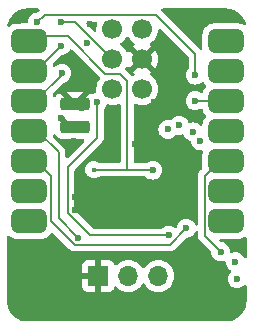
<source format=gbr>
%TF.GenerationSoftware,KiCad,Pcbnew,8.0.4*%
%TF.CreationDate,2025-01-29T23:36:48-05:00*%
%TF.ProjectId,Raidillon,52616964-696c-46c6-9f6e-2e6b69636164,rev?*%
%TF.SameCoordinates,Original*%
%TF.FileFunction,Copper,L1,Top*%
%TF.FilePolarity,Positive*%
%FSLAX46Y46*%
G04 Gerber Fmt 4.6, Leading zero omitted, Abs format (unit mm)*
G04 Created by KiCad (PCBNEW 8.0.4) date 2025-01-29 23:36:48*
%MOMM*%
%LPD*%
G01*
G04 APERTURE LIST*
G04 Aperture macros list*
%AMRoundRect*
0 Rectangle with rounded corners*
0 $1 Rounding radius*
0 $2 $3 $4 $5 $6 $7 $8 $9 X,Y pos of 4 corners*
0 Add a 4 corners polygon primitive as box body*
4,1,4,$2,$3,$4,$5,$6,$7,$8,$9,$2,$3,0*
0 Add four circle primitives for the rounded corners*
1,1,$1+$1,$2,$3*
1,1,$1+$1,$4,$5*
1,1,$1+$1,$6,$7*
1,1,$1+$1,$8,$9*
0 Add four rect primitives between the rounded corners*
20,1,$1+$1,$2,$3,$4,$5,0*
20,1,$1+$1,$4,$5,$6,$7,0*
20,1,$1+$1,$6,$7,$8,$9,0*
20,1,$1+$1,$8,$9,$2,$3,0*%
G04 Aperture macros list end*
%TA.AperFunction,SMDPad,CuDef*%
%ADD10RoundRect,0.500000X-1.000000X-0.500000X1.000000X-0.500000X1.000000X0.500000X-1.000000X0.500000X0*%
%TD*%
%TA.AperFunction,SMDPad,CuDef*%
%ADD11RoundRect,0.275000X0.975000X0.275000X-0.975000X0.275000X-0.975000X-0.275000X0.975000X-0.275000X0*%
%TD*%
%TA.AperFunction,SMDPad,CuDef*%
%ADD12C,1.700000*%
%TD*%
%TA.AperFunction,ComponentPad*%
%ADD13R,1.700000X1.700000*%
%TD*%
%TA.AperFunction,ComponentPad*%
%ADD14O,1.700000X1.700000*%
%TD*%
%TA.AperFunction,ViaPad*%
%ADD15C,0.600000*%
%TD*%
%TA.AperFunction,ViaPad*%
%ADD16C,0.450000*%
%TD*%
%TA.AperFunction,Conductor*%
%ADD17C,0.508000*%
%TD*%
%TA.AperFunction,Conductor*%
%ADD18C,0.127000*%
%TD*%
%TA.AperFunction,Conductor*%
%ADD19C,0.200000*%
%TD*%
G04 APERTURE END LIST*
D10*
%TO.P,U1,1,GPIO2_A0_D0*%
%TO.N,/VMON*%
X102150000Y-103020000D03*
%TO.P,U1,2,GPIO3_A1_D1*%
%TO.N,/MCU/CS_BARO*%
X102150000Y-105560000D03*
%TO.P,U1,3,GPIO4_A2_D2*%
%TO.N,/MCU/CS_ACCEL*%
X102150000Y-108100000D03*
%TO.P,U1,4,GPIO5_A3_D3*%
%TO.N,/IMON*%
X102150000Y-110640000D03*
%TO.P,U1,5,GPIO6_D4_SDA*%
%TO.N,/MCU/INT_BARO*%
X102150000Y-113180000D03*
%TO.P,U1,6,GPIO7_D5_SCL*%
%TO.N,/MCU/INT2_ACCEL*%
X102150000Y-115720000D03*
%TO.P,U1,7,GPIO21_D6_TX*%
%TO.N,/MCU/INT1_ACCEL*%
X102150000Y-118260000D03*
%TO.P,U1,8,GPIO20_D7_RX*%
%TO.N,/MCU/PWM*%
X118815000Y-118260000D03*
%TO.P,U1,9,GPIO8_D8_SCK*%
%TO.N,/MCU/CLK*%
X118815000Y-115720000D03*
%TO.P,U1,10,GPIO9_D9_MISO*%
%TO.N,/MCU/MISO*%
X118815000Y-113180000D03*
%TO.P,U1,11,GPIO10_D10_MOSI*%
%TO.N,/MCU/MOSI*%
X118815000Y-110640000D03*
%TO.P,U1,12,3V3*%
%TO.N,+3.3V*%
X118815000Y-108100000D03*
%TO.P,U1,13,GND*%
%TO.N,GND*%
X118815000Y-105560000D03*
%TO.P,U1,14,5V*%
%TO.N,unconnected-(U1-5V-Pad14)*%
X118815000Y-103020000D03*
D11*
%TO.P,U1,15,BAT*%
%TO.N,+BATT*%
X106010000Y-110258000D03*
%TO.P,U1,16,GND*%
%TO.N,GND*%
X106010000Y-108353000D03*
D12*
%TO.P,U1,17,MTDI*%
%TO.N,unconnected-(U1-MTDI-Pad17)*%
X109185000Y-102008000D03*
%TO.P,U1,18,MTDO*%
%TO.N,unconnected-(U1-MTDO-Pad18)*%
X111725000Y-102008000D03*
%TO.P,U1,19,CHIP_EN*%
%TO.N,/MCU/CHIP_EN*%
X109185000Y-104548000D03*
%TO.P,U1,20,GND*%
%TO.N,GND*%
X111725000Y-104548000D03*
%TO.P,U1,21,MTMS*%
%TO.N,unconnected-(U1-MTMS-Pad21)*%
X109185000Y-107088000D03*
%TO.P,U1,22,MTCK*%
%TO.N,unconnected-(U1-MTCK-Pad22)*%
X111725000Y-107088000D03*
%TD*%
D13*
%TO.P,J2,1,1*%
%TO.N,GND*%
X108000000Y-122900000D03*
D14*
%TO.P,J2,2,2*%
%TO.N,+BATT_FUSED*%
X110540000Y-122900000D03*
%TO.P,J2,3,3*%
%TO.N,/MCU/PWM*%
X113080000Y-122900000D03*
%TD*%
D15*
%TO.N,+BATT*%
X104842976Y-109546000D03*
X105550000Y-110250000D03*
X106750000Y-110300000D03*
%TO.N,+3.3V*%
X116212500Y-105900000D03*
X102850000Y-101400000D03*
X116212500Y-108060000D03*
%TO.N,GND*%
X119650000Y-101150000D03*
X107050000Y-103200000D03*
X107800000Y-117350000D03*
X101400000Y-125800000D03*
X110650000Y-115950000D03*
X113600000Y-103050000D03*
X107850000Y-116200000D03*
X101100000Y-121900000D03*
X115250000Y-124000000D03*
X106000000Y-116200000D03*
X106010000Y-108353000D03*
X117050000Y-120800000D03*
X115500000Y-120500000D03*
X106750000Y-126200000D03*
X110800000Y-105450000D03*
X106000000Y-117350000D03*
X111100000Y-111750000D03*
X113700000Y-126250000D03*
X107300000Y-101600000D03*
X110450000Y-103250000D03*
X119700000Y-105600000D03*
X115750000Y-121950000D03*
X120000000Y-124250000D03*
X101250000Y-101300000D03*
X106900000Y-116200000D03*
X116200000Y-101700000D03*
X114950000Y-113800000D03*
X110350000Y-126200000D03*
X112675000Y-108200000D03*
X114950000Y-117600000D03*
X120000000Y-120100000D03*
X106600000Y-108650000D03*
X106900000Y-117350000D03*
X112800000Y-105600000D03*
X112300000Y-117450000D03*
X105950000Y-111450000D03*
%TO.N,/MCU/PWM*%
X118815000Y-118260000D03*
%TO.N,/VMON*%
X112600000Y-113950000D03*
D16*
X107600000Y-113900000D03*
D15*
%TO.N,/IMON*%
X106315000Y-119675000D03*
%TO.N,/MCU/INT1_ACCEL*%
X114850000Y-110150000D03*
X101400000Y-118250000D03*
%TO.N,/MCU/CS_ACCEL*%
X116650000Y-111450000D03*
X104900000Y-105750000D03*
%TO.N,/MCU/INT_BARO*%
X119750000Y-123150000D03*
X115450000Y-118850000D03*
%TO.N,/MCU/INT2_ACCEL*%
X113900000Y-110500000D03*
X101350000Y-115700000D03*
%TO.N,/MCU/CS_BARO*%
X113950000Y-119450000D03*
X107900000Y-108200000D03*
X119600000Y-121700000D03*
X104850000Y-103400000D03*
%TO.N,/MCU/MOSI*%
X118815000Y-110640000D03*
%TO.N,/MCU/MISO*%
X118815000Y-113180000D03*
X118350000Y-120850000D03*
%TO.N,/MCU/CLK*%
X118815000Y-115720000D03*
X116000000Y-110700000D03*
%TO.N,/MCU/CHIP_EN*%
X104850000Y-101400000D03*
%TD*%
D17*
%TO.N,+BATT*%
X105550000Y-110250000D02*
X105546976Y-110250000D01*
X105554976Y-110258000D02*
X105550000Y-110253024D01*
X105550000Y-110253024D02*
X105550000Y-110250000D01*
X106010000Y-110258000D02*
X105554976Y-110258000D01*
X105546976Y-110250000D02*
X104842976Y-109546000D01*
D18*
%TO.N,+3.3V*%
X116212500Y-105900000D02*
X116212500Y-104112500D01*
X116252500Y-108100000D02*
X116212500Y-108060000D01*
X118815000Y-108100000D02*
X116252500Y-108100000D01*
X103450000Y-100800000D02*
X102850000Y-101400000D01*
X116212500Y-104112500D02*
X112900000Y-100800000D01*
X112900000Y-100800000D02*
X103450000Y-100800000D01*
%TO.N,/VMON*%
X102570000Y-102600000D02*
X105400000Y-102600000D01*
X112550000Y-113900000D02*
X112600000Y-113950000D01*
X108600000Y-105800000D02*
X109850000Y-105800000D01*
X109850000Y-105800000D02*
X110450000Y-106400000D01*
X102150000Y-103020000D02*
X102570000Y-102600000D01*
X110450000Y-106400000D02*
X110450000Y-113900000D01*
X107600000Y-113900000D02*
X110450000Y-113900000D01*
X110450000Y-113900000D02*
X112550000Y-113900000D01*
X105400000Y-102600000D02*
X108600000Y-105800000D01*
%TO.N,/IMON*%
X104650000Y-112450000D02*
X104650000Y-118010000D01*
X104650000Y-118010000D02*
X106315000Y-119675000D01*
X102150000Y-110640000D02*
X102840000Y-110640000D01*
X102840000Y-110640000D02*
X104650000Y-112450000D01*
D19*
%TO.N,/MCU/CS_ACCEL*%
X104900000Y-105850000D02*
X102650000Y-108100000D01*
X102650000Y-108100000D02*
X102150000Y-108100000D01*
X104900000Y-105750000D02*
X104900000Y-105850000D01*
D18*
%TO.N,/MCU/INT_BARO*%
X102780000Y-113180000D02*
X102150000Y-113180000D01*
X114050000Y-120250000D02*
X106000000Y-120250000D01*
X115450000Y-118850000D02*
X114050000Y-120250000D01*
X106000000Y-120250000D02*
X104000000Y-118250000D01*
X104000000Y-118250000D02*
X104000000Y-114400000D01*
X104000000Y-114400000D02*
X102780000Y-113180000D01*
%TO.N,/MCU/CS_BARO*%
X105400000Y-113700000D02*
X107900000Y-111200000D01*
X105400000Y-117550000D02*
X105400000Y-113700000D01*
X107900000Y-111200000D02*
X107900000Y-108200000D01*
X113950000Y-119450000D02*
X107300000Y-119450000D01*
X104850000Y-103400000D02*
X102690000Y-105560000D01*
X107300000Y-119450000D02*
X105400000Y-117550000D01*
X102690000Y-105560000D02*
X102150000Y-105560000D01*
%TO.N,/MCU/MISO*%
X118350000Y-120850000D02*
X117000000Y-119500000D01*
X117000000Y-119500000D02*
X117000000Y-114400000D01*
X118220000Y-113180000D02*
X118815000Y-113180000D01*
X117000000Y-114400000D02*
X118220000Y-113180000D01*
%TO.N,/MCU/CHIP_EN*%
X109185000Y-104535000D02*
X106050000Y-101400000D01*
X106050000Y-101400000D02*
X104850000Y-101400000D01*
X109185000Y-104548000D02*
X109185000Y-104535000D01*
%TD*%
%TA.AperFunction,Conductor*%
%TO.N,GND*%
G36*
X116369194Y-119075673D02*
G01*
X116419597Y-119124060D01*
X116436000Y-119185695D01*
X116436000Y-119574252D01*
X116474435Y-119717696D01*
X116548687Y-119846304D01*
X116548689Y-119846306D01*
X116660761Y-119958378D01*
X116660767Y-119958383D01*
X117512744Y-120810360D01*
X117546229Y-120871683D01*
X117548283Y-120884158D01*
X117564630Y-121029249D01*
X117564631Y-121029254D01*
X117624211Y-121199523D01*
X117672326Y-121276097D01*
X117720184Y-121352262D01*
X117847738Y-121479816D01*
X117877615Y-121498589D01*
X117983208Y-121564938D01*
X118000478Y-121575789D01*
X118144250Y-121626097D01*
X118170745Y-121635368D01*
X118170750Y-121635369D01*
X118349996Y-121655565D01*
X118350000Y-121655565D01*
X118350004Y-121655565D01*
X118529249Y-121635369D01*
X118529251Y-121635368D01*
X118529255Y-121635368D01*
X118529258Y-121635366D01*
X118529262Y-121635366D01*
X118630604Y-121599905D01*
X118700383Y-121596343D01*
X118761010Y-121631071D01*
X118793238Y-121693065D01*
X118794779Y-121703062D01*
X118814630Y-121879250D01*
X118814631Y-121879254D01*
X118874211Y-122049523D01*
X118879494Y-122057930D01*
X118970184Y-122202262D01*
X119097738Y-122329816D01*
X119175107Y-122378430D01*
X119221398Y-122430765D01*
X119232046Y-122499818D01*
X119203671Y-122563667D01*
X119196817Y-122571105D01*
X119120183Y-122647739D01*
X119024211Y-122800476D01*
X118964631Y-122970745D01*
X118964630Y-122970750D01*
X118944435Y-123149996D01*
X118944435Y-123150000D01*
X118964630Y-123329249D01*
X118964631Y-123329254D01*
X119024211Y-123499523D01*
X119120184Y-123652262D01*
X119247738Y-123779816D01*
X119287174Y-123804595D01*
X119371178Y-123857379D01*
X119400478Y-123875789D01*
X119570745Y-123935368D01*
X119570750Y-123935369D01*
X119749996Y-123955565D01*
X119750000Y-123955565D01*
X119750004Y-123955565D01*
X119929249Y-123935369D01*
X119929252Y-123935368D01*
X119929255Y-123935368D01*
X120099522Y-123875789D01*
X120252262Y-123779816D01*
X120337819Y-123694259D01*
X120399142Y-123660774D01*
X120468834Y-123665758D01*
X120524767Y-123707630D01*
X120549184Y-123773094D01*
X120549500Y-123781940D01*
X120549500Y-124995572D01*
X120549184Y-125004418D01*
X120532325Y-125240135D01*
X120529807Y-125257647D01*
X120480519Y-125484220D01*
X120475535Y-125501196D01*
X120394498Y-125718462D01*
X120387148Y-125734555D01*
X120276022Y-125938068D01*
X120266457Y-125952951D01*
X120127498Y-126138579D01*
X120115912Y-126151950D01*
X119951950Y-126315912D01*
X119938579Y-126327498D01*
X119752951Y-126466457D01*
X119738068Y-126476022D01*
X119534555Y-126587148D01*
X119518462Y-126594498D01*
X119301196Y-126675535D01*
X119284220Y-126680519D01*
X119057647Y-126729807D01*
X119040135Y-126732325D01*
X118804418Y-126749184D01*
X118795572Y-126749500D01*
X102004428Y-126749500D01*
X101995582Y-126749184D01*
X101759864Y-126732325D01*
X101742352Y-126729807D01*
X101515779Y-126680519D01*
X101498803Y-126675535D01*
X101281537Y-126594498D01*
X101265444Y-126587148D01*
X101061931Y-126476022D01*
X101047048Y-126466457D01*
X100861420Y-126327498D01*
X100848049Y-126315912D01*
X100684087Y-126151950D01*
X100672501Y-126138579D01*
X100533542Y-125952951D01*
X100523977Y-125938068D01*
X100412851Y-125734555D01*
X100405501Y-125718462D01*
X100375740Y-125638672D01*
X100324461Y-125501188D01*
X100319482Y-125484229D01*
X100270191Y-125257641D01*
X100267674Y-125240135D01*
X100250816Y-125004418D01*
X100250500Y-124995572D01*
X100250500Y-122002155D01*
X106650000Y-122002155D01*
X106650000Y-122650000D01*
X107566988Y-122650000D01*
X107534075Y-122707007D01*
X107500000Y-122834174D01*
X107500000Y-122965826D01*
X107534075Y-123092993D01*
X107566988Y-123150000D01*
X106650000Y-123150000D01*
X106650000Y-123797844D01*
X106656401Y-123857372D01*
X106656403Y-123857379D01*
X106706645Y-123992086D01*
X106706649Y-123992093D01*
X106792809Y-124107187D01*
X106792812Y-124107190D01*
X106907906Y-124193350D01*
X106907913Y-124193354D01*
X107042620Y-124243596D01*
X107042627Y-124243598D01*
X107102155Y-124249999D01*
X107102172Y-124250000D01*
X107750000Y-124250000D01*
X107750000Y-123333012D01*
X107807007Y-123365925D01*
X107934174Y-123400000D01*
X108065826Y-123400000D01*
X108192993Y-123365925D01*
X108250000Y-123333012D01*
X108250000Y-124250000D01*
X108897828Y-124250000D01*
X108897844Y-124249999D01*
X108957372Y-124243598D01*
X108957379Y-124243596D01*
X109092086Y-124193354D01*
X109092093Y-124193350D01*
X109207187Y-124107190D01*
X109207190Y-124107187D01*
X109293350Y-123992093D01*
X109293354Y-123992086D01*
X109342422Y-123860529D01*
X109384293Y-123804595D01*
X109449757Y-123780178D01*
X109518030Y-123795030D01*
X109546285Y-123816181D01*
X109668599Y-123938495D01*
X109745135Y-123992086D01*
X109862165Y-124074032D01*
X109862167Y-124074033D01*
X109862170Y-124074035D01*
X110076337Y-124173903D01*
X110304592Y-124235063D01*
X110475319Y-124250000D01*
X110539999Y-124255659D01*
X110540000Y-124255659D01*
X110540001Y-124255659D01*
X110604681Y-124250000D01*
X110775408Y-124235063D01*
X111003663Y-124173903D01*
X111217830Y-124074035D01*
X111411401Y-123938495D01*
X111578495Y-123771401D01*
X111708425Y-123585842D01*
X111763002Y-123542217D01*
X111832500Y-123535023D01*
X111894855Y-123566546D01*
X111911575Y-123585842D01*
X112041500Y-123771395D01*
X112041505Y-123771401D01*
X112208599Y-123938495D01*
X112285135Y-123992086D01*
X112402165Y-124074032D01*
X112402167Y-124074033D01*
X112402170Y-124074035D01*
X112616337Y-124173903D01*
X112844592Y-124235063D01*
X113015319Y-124250000D01*
X113079999Y-124255659D01*
X113080000Y-124255659D01*
X113080001Y-124255659D01*
X113144681Y-124250000D01*
X113315408Y-124235063D01*
X113543663Y-124173903D01*
X113757830Y-124074035D01*
X113951401Y-123938495D01*
X114118495Y-123771401D01*
X114254035Y-123577830D01*
X114353903Y-123363663D01*
X114415063Y-123135408D01*
X114435659Y-122900000D01*
X114415063Y-122664592D01*
X114353903Y-122436337D01*
X114254035Y-122222171D01*
X114248425Y-122214158D01*
X114118494Y-122028597D01*
X113951402Y-121861506D01*
X113951395Y-121861501D01*
X113757834Y-121725967D01*
X113757830Y-121725965D01*
X113686727Y-121692809D01*
X113543663Y-121626097D01*
X113543659Y-121626096D01*
X113543655Y-121626094D01*
X113315413Y-121564938D01*
X113315403Y-121564936D01*
X113080001Y-121544341D01*
X113079999Y-121544341D01*
X112844596Y-121564936D01*
X112844586Y-121564938D01*
X112616344Y-121626094D01*
X112616335Y-121626098D01*
X112402171Y-121725964D01*
X112402169Y-121725965D01*
X112208597Y-121861505D01*
X112041505Y-122028597D01*
X111911575Y-122214158D01*
X111856998Y-122257783D01*
X111787500Y-122264977D01*
X111725145Y-122233454D01*
X111708425Y-122214158D01*
X111578494Y-122028597D01*
X111411402Y-121861506D01*
X111411395Y-121861501D01*
X111217834Y-121725967D01*
X111217830Y-121725965D01*
X111146727Y-121692809D01*
X111003663Y-121626097D01*
X111003659Y-121626096D01*
X111003655Y-121626094D01*
X110775413Y-121564938D01*
X110775403Y-121564936D01*
X110540001Y-121544341D01*
X110539999Y-121544341D01*
X110304596Y-121564936D01*
X110304586Y-121564938D01*
X110076344Y-121626094D01*
X110076335Y-121626098D01*
X109862171Y-121725964D01*
X109862169Y-121725965D01*
X109668600Y-121861503D01*
X109546284Y-121983819D01*
X109484961Y-122017303D01*
X109415269Y-122012319D01*
X109359336Y-121970447D01*
X109342421Y-121939470D01*
X109293354Y-121807913D01*
X109293350Y-121807906D01*
X109207190Y-121692812D01*
X109207187Y-121692809D01*
X109092093Y-121606649D01*
X109092086Y-121606645D01*
X108957379Y-121556403D01*
X108957372Y-121556401D01*
X108897844Y-121550000D01*
X108250000Y-121550000D01*
X108250000Y-122466988D01*
X108192993Y-122434075D01*
X108065826Y-122400000D01*
X107934174Y-122400000D01*
X107807007Y-122434075D01*
X107750000Y-122466988D01*
X107750000Y-121550000D01*
X107102155Y-121550000D01*
X107042627Y-121556401D01*
X107042620Y-121556403D01*
X106907913Y-121606645D01*
X106907906Y-121606649D01*
X106792812Y-121692809D01*
X106792809Y-121692812D01*
X106706649Y-121807906D01*
X106706645Y-121807913D01*
X106656403Y-121942620D01*
X106656401Y-121942627D01*
X106650000Y-122002155D01*
X100250500Y-122002155D01*
X100250500Y-119578602D01*
X100270185Y-119511563D01*
X100322989Y-119465808D01*
X100392147Y-119455864D01*
X100452860Y-119482499D01*
X100596593Y-119599698D01*
X100776951Y-119693909D01*
X100972582Y-119749886D01*
X101091963Y-119760500D01*
X103208036Y-119760499D01*
X103327418Y-119749886D01*
X103523049Y-119693909D01*
X103703407Y-119599698D01*
X103861109Y-119471109D01*
X103989698Y-119313407D01*
X104006248Y-119281722D01*
X104054732Y-119231416D01*
X104122719Y-119215308D01*
X104188623Y-119238513D01*
X104203837Y-119251453D01*
X105544346Y-120591962D01*
X105544356Y-120591973D01*
X105548686Y-120596303D01*
X105548687Y-120596304D01*
X105653696Y-120701313D01*
X105782304Y-120775565D01*
X105925747Y-120814000D01*
X105925748Y-120814000D01*
X105925749Y-120814000D01*
X114124251Y-120814000D01*
X114124253Y-120814000D01*
X114267696Y-120775565D01*
X114396304Y-120701313D01*
X114501313Y-120596304D01*
X114501313Y-120596302D01*
X114511517Y-120586099D01*
X114511521Y-120586094D01*
X115410361Y-119687253D01*
X115471682Y-119653770D01*
X115484148Y-119651717D01*
X115559077Y-119643275D01*
X115629250Y-119635369D01*
X115629253Y-119635368D01*
X115629255Y-119635368D01*
X115799522Y-119575789D01*
X115952262Y-119479816D01*
X116079816Y-119352262D01*
X116175789Y-119199522D01*
X116194958Y-119144739D01*
X116235680Y-119087964D01*
X116300633Y-119062217D01*
X116369194Y-119075673D01*
G37*
%TD.AperFunction*%
%TA.AperFunction,Conductor*%
G36*
X120501626Y-119611891D02*
G01*
X120542460Y-119668586D01*
X120549500Y-119709772D01*
X120549500Y-121276097D01*
X120529815Y-121343136D01*
X120477011Y-121388891D01*
X120407853Y-121398835D01*
X120344297Y-121369810D01*
X120320507Y-121342070D01*
X120229817Y-121197739D01*
X120102262Y-121070184D01*
X119949523Y-120974211D01*
X119779254Y-120914631D01*
X119779249Y-120914630D01*
X119600004Y-120894435D01*
X119599996Y-120894435D01*
X119420750Y-120914630D01*
X119420742Y-120914632D01*
X119319394Y-120950095D01*
X119249615Y-120953656D01*
X119188988Y-120918927D01*
X119156761Y-120856933D01*
X119155220Y-120846936D01*
X119135369Y-120670750D01*
X119135368Y-120670745D01*
X119107804Y-120591973D01*
X119075789Y-120500478D01*
X118979816Y-120347738D01*
X118852262Y-120220184D01*
X118699523Y-120124211D01*
X118529254Y-120064631D01*
X118529249Y-120064630D01*
X118384158Y-120048283D01*
X118319744Y-120021217D01*
X118310360Y-120012744D01*
X118269796Y-119972180D01*
X118236311Y-119910857D01*
X118241295Y-119841165D01*
X118283167Y-119785232D01*
X118348631Y-119760815D01*
X118357477Y-119760499D01*
X119873028Y-119760499D01*
X119873036Y-119760499D01*
X119992418Y-119749886D01*
X120188049Y-119693909D01*
X120368089Y-119599863D01*
X120436623Y-119586272D01*
X120501626Y-119611891D01*
G37*
%TD.AperFunction*%
%TA.AperFunction,Conductor*%
G36*
X113287173Y-101984789D02*
G01*
X115612181Y-104309797D01*
X115645666Y-104371120D01*
X115648500Y-104397478D01*
X115648500Y-105280560D01*
X115628815Y-105347599D01*
X115612181Y-105368241D01*
X115582684Y-105397737D01*
X115486711Y-105550476D01*
X115427131Y-105720745D01*
X115427130Y-105720750D01*
X115406935Y-105899996D01*
X115406935Y-105900003D01*
X115427130Y-106079249D01*
X115427131Y-106079254D01*
X115486711Y-106249523D01*
X115492792Y-106259200D01*
X115582684Y-106402262D01*
X115710238Y-106529816D01*
X115764105Y-106563663D01*
X115842829Y-106613129D01*
X115862978Y-106625789D01*
X116033245Y-106685368D01*
X116033250Y-106685369D01*
X116212496Y-106705565D01*
X116212500Y-106705565D01*
X116212504Y-106705565D01*
X116391749Y-106685369D01*
X116391752Y-106685368D01*
X116391755Y-106685368D01*
X116562022Y-106625789D01*
X116714762Y-106529816D01*
X116738189Y-106506388D01*
X116799508Y-106472905D01*
X116869200Y-106477888D01*
X116925134Y-106519759D01*
X116935777Y-106536660D01*
X116975721Y-106613129D01*
X117088338Y-106751242D01*
X117115447Y-106815638D01*
X117103438Y-106884468D01*
X117088338Y-106907963D01*
X116975305Y-107046587D01*
X116881090Y-107226953D01*
X116851866Y-107329088D01*
X116814498Y-107388126D01*
X116751145Y-107417589D01*
X116681919Y-107408124D01*
X116666678Y-107399970D01*
X116562023Y-107334211D01*
X116391754Y-107274631D01*
X116391749Y-107274630D01*
X116212504Y-107254435D01*
X116212496Y-107254435D01*
X116033250Y-107274630D01*
X116033245Y-107274631D01*
X115862976Y-107334211D01*
X115710237Y-107430184D01*
X115582684Y-107557737D01*
X115486711Y-107710476D01*
X115427131Y-107880745D01*
X115427130Y-107880750D01*
X115406935Y-108059996D01*
X115406935Y-108060003D01*
X115427130Y-108239249D01*
X115427131Y-108239254D01*
X115486711Y-108409523D01*
X115520425Y-108463178D01*
X115582684Y-108562262D01*
X115710238Y-108689816D01*
X115776990Y-108731759D01*
X115849655Y-108777418D01*
X115862978Y-108785789D01*
X116033245Y-108845368D01*
X116033250Y-108845369D01*
X116212496Y-108865565D01*
X116212500Y-108865565D01*
X116212504Y-108865565D01*
X116391749Y-108845369D01*
X116391752Y-108845368D01*
X116391755Y-108845368D01*
X116562022Y-108785789D01*
X116575345Y-108777418D01*
X116602059Y-108760632D01*
X116647275Y-108732220D01*
X116714511Y-108713220D01*
X116781346Y-108733587D01*
X116826560Y-108786855D01*
X116832463Y-108803102D01*
X116837358Y-108820211D01*
X116881091Y-108973049D01*
X116975302Y-109153407D01*
X116975304Y-109153409D01*
X117088015Y-109291639D01*
X117115124Y-109356036D01*
X117103115Y-109424865D01*
X117088015Y-109448361D01*
X116975304Y-109586590D01*
X116881089Y-109766954D01*
X116825114Y-109962583D01*
X116825113Y-109962586D01*
X116814500Y-110081966D01*
X116814500Y-110083060D01*
X116814442Y-110083254D01*
X116814378Y-110084716D01*
X116814018Y-110084700D01*
X116794815Y-110150099D01*
X116742011Y-110195854D01*
X116672853Y-110205798D01*
X116609297Y-110176773D01*
X116602819Y-110170741D01*
X116502262Y-110070184D01*
X116349523Y-109974211D01*
X116179254Y-109914631D01*
X116179249Y-109914630D01*
X116000004Y-109894435D01*
X115999996Y-109894435D01*
X115820750Y-109914630D01*
X115820739Y-109914633D01*
X115755136Y-109937588D01*
X115685357Y-109941149D01*
X115624731Y-109906419D01*
X115597141Y-109861499D01*
X115575790Y-109800479D01*
X115479815Y-109647737D01*
X115352262Y-109520184D01*
X115199523Y-109424211D01*
X115029254Y-109364631D01*
X115029249Y-109364630D01*
X114850004Y-109344435D01*
X114849996Y-109344435D01*
X114670750Y-109364630D01*
X114670745Y-109364631D01*
X114500476Y-109424211D01*
X114347737Y-109520184D01*
X114220183Y-109647738D01*
X114212554Y-109659880D01*
X114160217Y-109706169D01*
X114091164Y-109716815D01*
X114079965Y-109714794D01*
X114079249Y-109714630D01*
X113900004Y-109694435D01*
X113899996Y-109694435D01*
X113720750Y-109714630D01*
X113720745Y-109714631D01*
X113550476Y-109774211D01*
X113397737Y-109870184D01*
X113270184Y-109997737D01*
X113174211Y-110150476D01*
X113114631Y-110320745D01*
X113114630Y-110320750D01*
X113094435Y-110499996D01*
X113094435Y-110500003D01*
X113114630Y-110679249D01*
X113114631Y-110679254D01*
X113174211Y-110849523D01*
X113228152Y-110935369D01*
X113270184Y-111002262D01*
X113397738Y-111129816D01*
X113550478Y-111225789D01*
X113688977Y-111274252D01*
X113720745Y-111285368D01*
X113720750Y-111285369D01*
X113899996Y-111305565D01*
X113900000Y-111305565D01*
X113900004Y-111305565D01*
X114079249Y-111285369D01*
X114079252Y-111285368D01*
X114079255Y-111285368D01*
X114249522Y-111225789D01*
X114402262Y-111129816D01*
X114529816Y-111002262D01*
X114537441Y-110990125D01*
X114589772Y-110943834D01*
X114658825Y-110933183D01*
X114670044Y-110935208D01*
X114670743Y-110935367D01*
X114670745Y-110935368D01*
X114670746Y-110935368D01*
X114670750Y-110935369D01*
X114849996Y-110955565D01*
X114850000Y-110955565D01*
X114850004Y-110955565D01*
X115029249Y-110935369D01*
X115029251Y-110935368D01*
X115029255Y-110935368D01*
X115029258Y-110935366D01*
X115029262Y-110935366D01*
X115094861Y-110912412D01*
X115164640Y-110908849D01*
X115225267Y-110943578D01*
X115252858Y-110988499D01*
X115274210Y-111049521D01*
X115339157Y-111152883D01*
X115370184Y-111202262D01*
X115497738Y-111329816D01*
X115650478Y-111425789D01*
X115776012Y-111469715D01*
X115832788Y-111510437D01*
X115858278Y-111572872D01*
X115864630Y-111629249D01*
X115924210Y-111799521D01*
X115924211Y-111799522D01*
X116020184Y-111952262D01*
X116147738Y-112079816D01*
X116300478Y-112175789D01*
X116361559Y-112197162D01*
X116470745Y-112235368D01*
X116470750Y-112235369D01*
X116649996Y-112255565D01*
X116650000Y-112255565D01*
X116650003Y-112255565D01*
X116719930Y-112247686D01*
X116788752Y-112259740D01*
X116840132Y-112307089D01*
X116857756Y-112374700D01*
X116853030Y-112405016D01*
X116825114Y-112502579D01*
X116825113Y-112502586D01*
X116814500Y-112621966D01*
X116814500Y-113736520D01*
X116794815Y-113803559D01*
X116778182Y-113824201D01*
X116653698Y-113948685D01*
X116548689Y-114053693D01*
X116548685Y-114053699D01*
X116482869Y-114167696D01*
X116474434Y-114182305D01*
X116474433Y-114182306D01*
X116457287Y-114246302D01*
X116457287Y-114246303D01*
X116436000Y-114325748D01*
X116436000Y-118514304D01*
X116416315Y-118581343D01*
X116363511Y-118627098D01*
X116294353Y-118637042D01*
X116230797Y-118608017D01*
X116194959Y-118555259D01*
X116175790Y-118500480D01*
X116175789Y-118500478D01*
X116079816Y-118347738D01*
X115952262Y-118220184D01*
X115799523Y-118124211D01*
X115629254Y-118064631D01*
X115629249Y-118064630D01*
X115450004Y-118044435D01*
X115449996Y-118044435D01*
X115270750Y-118064630D01*
X115270745Y-118064631D01*
X115100476Y-118124211D01*
X114947737Y-118220184D01*
X114820184Y-118347737D01*
X114724211Y-118500476D01*
X114664631Y-118670745D01*
X114664630Y-118670749D01*
X114656793Y-118740310D01*
X114629726Y-118804724D01*
X114572131Y-118844279D01*
X114502294Y-118846416D01*
X114456257Y-118823371D01*
X114452258Y-118820181D01*
X114299523Y-118724211D01*
X114129254Y-118664631D01*
X114129249Y-118664630D01*
X113950004Y-118644435D01*
X113949996Y-118644435D01*
X113770750Y-118664630D01*
X113770745Y-118664631D01*
X113600476Y-118724211D01*
X113447737Y-118820184D01*
X113418241Y-118849681D01*
X113356918Y-118883166D01*
X113330560Y-118886000D01*
X107584978Y-118886000D01*
X107517939Y-118866315D01*
X107497297Y-118849681D01*
X106000319Y-117352703D01*
X105966834Y-117291380D01*
X105964000Y-117265022D01*
X105964000Y-113984977D01*
X105983685Y-113917938D01*
X106000314Y-113897301D01*
X108236094Y-111661520D01*
X108236099Y-111661517D01*
X108246302Y-111651313D01*
X108246304Y-111651313D01*
X108351313Y-111546304D01*
X108425565Y-111417696D01*
X108453699Y-111312696D01*
X108464000Y-111274253D01*
X108464000Y-111125747D01*
X108464000Y-108819440D01*
X108483685Y-108752401D01*
X108500319Y-108731759D01*
X108529816Y-108702262D01*
X108625789Y-108549522D01*
X108656002Y-108463177D01*
X108696724Y-108406402D01*
X108761676Y-108380654D01*
X108805137Y-108384357D01*
X108949592Y-108423063D01*
X109137918Y-108439539D01*
X109184999Y-108443659D01*
X109185000Y-108443659D01*
X109185001Y-108443659D01*
X109224234Y-108440226D01*
X109420408Y-108423063D01*
X109648663Y-108361903D01*
X109709598Y-108333488D01*
X109778672Y-108322997D01*
X109842456Y-108351516D01*
X109880696Y-108409992D01*
X109886000Y-108445871D01*
X109886000Y-113212000D01*
X109866315Y-113279039D01*
X109813511Y-113324794D01*
X109762000Y-113336000D01*
X108101763Y-113336000D01*
X108035791Y-113316994D01*
X107916774Y-113242210D01*
X107762455Y-113188212D01*
X107600004Y-113169909D01*
X107599996Y-113169909D01*
X107437544Y-113188212D01*
X107283225Y-113242210D01*
X107144795Y-113329192D01*
X107029192Y-113444795D01*
X106942210Y-113583225D01*
X106888212Y-113737544D01*
X106869909Y-113899996D01*
X106869909Y-113900003D01*
X106888212Y-114062455D01*
X106942210Y-114216774D01*
X107029192Y-114355204D01*
X107144796Y-114470808D01*
X107283225Y-114557789D01*
X107437539Y-114611786D01*
X107437542Y-114611786D01*
X107437544Y-114611787D01*
X107599996Y-114630091D01*
X107600000Y-114630091D01*
X107600004Y-114630091D01*
X107762455Y-114611787D01*
X107762456Y-114611786D01*
X107762461Y-114611786D01*
X107916775Y-114557789D01*
X108035791Y-114483005D01*
X108101763Y-114464000D01*
X110375748Y-114464000D01*
X111930560Y-114464000D01*
X111997599Y-114483685D01*
X112018241Y-114500319D01*
X112097738Y-114579816D01*
X112148618Y-114611786D01*
X112235842Y-114666593D01*
X112250478Y-114675789D01*
X112420745Y-114735368D01*
X112420750Y-114735369D01*
X112599996Y-114755565D01*
X112600000Y-114755565D01*
X112600004Y-114755565D01*
X112779249Y-114735369D01*
X112779252Y-114735368D01*
X112779255Y-114735368D01*
X112949522Y-114675789D01*
X113102262Y-114579816D01*
X113229816Y-114452262D01*
X113325789Y-114299522D01*
X113385368Y-114129255D01*
X113385369Y-114129249D01*
X113405565Y-113950003D01*
X113405565Y-113949996D01*
X113385369Y-113770750D01*
X113385368Y-113770745D01*
X113325788Y-113600476D01*
X113229815Y-113447737D01*
X113102262Y-113320184D01*
X112949523Y-113224211D01*
X112779254Y-113164631D01*
X112779249Y-113164630D01*
X112600004Y-113144435D01*
X112599996Y-113144435D01*
X112420750Y-113164630D01*
X112420745Y-113164631D01*
X112250476Y-113224211D01*
X112113067Y-113310552D01*
X112103896Y-113316315D01*
X112102815Y-113316994D01*
X112036843Y-113336000D01*
X111138000Y-113336000D01*
X111070961Y-113316315D01*
X111025206Y-113263511D01*
X111014000Y-113212000D01*
X111014000Y-108441208D01*
X111033685Y-108374169D01*
X111086489Y-108328414D01*
X111155647Y-108318470D01*
X111190398Y-108328823D01*
X111261337Y-108361903D01*
X111489592Y-108423063D01*
X111677918Y-108439539D01*
X111724999Y-108443659D01*
X111725000Y-108443659D01*
X111725001Y-108443659D01*
X111764234Y-108440226D01*
X111960408Y-108423063D01*
X112188663Y-108361903D01*
X112402830Y-108262035D01*
X112596401Y-108126495D01*
X112763495Y-107959401D01*
X112899035Y-107765830D01*
X112998903Y-107551663D01*
X113060063Y-107323408D01*
X113080659Y-107088000D01*
X113060063Y-106852592D01*
X112998903Y-106624337D01*
X112899035Y-106410171D01*
X112877781Y-106379816D01*
X112763494Y-106216597D01*
X112596402Y-106049506D01*
X112596401Y-106049505D01*
X112410405Y-105919269D01*
X112366781Y-105864692D01*
X112359588Y-105795193D01*
X112391110Y-105732839D01*
X112410405Y-105716119D01*
X112486373Y-105662925D01*
X111725000Y-104901553D01*
X110963625Y-105662925D01*
X111039595Y-105716120D01*
X111083220Y-105770697D01*
X111090412Y-105840196D01*
X111058890Y-105902550D01*
X111039594Y-105919270D01*
X110964428Y-105971901D01*
X110898221Y-105994228D01*
X110830454Y-105977217D01*
X110805621Y-105958004D01*
X110791985Y-105944367D01*
X110791962Y-105944346D01*
X110314992Y-105467376D01*
X110281507Y-105406053D01*
X110286491Y-105336361D01*
X110301098Y-105308572D01*
X110320712Y-105280560D01*
X110353732Y-105233403D01*
X110408307Y-105189780D01*
X110477805Y-105182586D01*
X110540160Y-105214109D01*
X110556880Y-105233405D01*
X110610073Y-105309373D01*
X111371447Y-104548000D01*
X111371446Y-104547999D01*
X112078553Y-104547999D01*
X112078553Y-104548000D01*
X112839925Y-105309373D01*
X112839926Y-105309373D01*
X112898598Y-105225582D01*
X112898600Y-105225578D01*
X112998429Y-105011492D01*
X112998433Y-105011483D01*
X113059567Y-104783326D01*
X113059569Y-104783315D01*
X113080157Y-104548001D01*
X113080157Y-104547998D01*
X113059569Y-104312684D01*
X113059567Y-104312673D01*
X112998433Y-104084516D01*
X112998429Y-104084507D01*
X112898600Y-103870423D01*
X112898599Y-103870421D01*
X112839925Y-103786626D01*
X112839925Y-103786625D01*
X112078553Y-104547999D01*
X111371446Y-104547999D01*
X110610073Y-103786626D01*
X110556881Y-103862594D01*
X110502304Y-103906219D01*
X110432806Y-103913413D01*
X110370451Y-103881891D01*
X110353730Y-103862594D01*
X110223494Y-103676597D01*
X110056402Y-103509506D01*
X110056396Y-103509501D01*
X109870842Y-103379575D01*
X109827217Y-103324998D01*
X109820023Y-103255500D01*
X109851546Y-103193145D01*
X109870842Y-103176425D01*
X109893026Y-103160891D01*
X110056401Y-103046495D01*
X110223495Y-102879401D01*
X110353425Y-102693842D01*
X110408002Y-102650217D01*
X110477500Y-102643023D01*
X110539855Y-102674546D01*
X110556575Y-102693842D01*
X110686500Y-102879395D01*
X110686505Y-102879401D01*
X110853599Y-103046495D01*
X111039158Y-103176425D01*
X111039594Y-103176730D01*
X111083218Y-103231307D01*
X111090411Y-103300806D01*
X111058889Y-103363160D01*
X111039593Y-103379880D01*
X110963626Y-103433072D01*
X110963625Y-103433072D01*
X111725000Y-104194447D01*
X111725001Y-104194447D01*
X112486373Y-103433073D01*
X112486373Y-103433072D01*
X112410405Y-103379880D01*
X112366780Y-103325304D01*
X112359586Y-103255805D01*
X112391108Y-103193451D01*
X112410399Y-103176734D01*
X112596401Y-103046495D01*
X112763495Y-102879401D01*
X112899035Y-102685830D01*
X112998903Y-102471663D01*
X113060063Y-102243408D01*
X113075964Y-102061661D01*
X113101417Y-101996594D01*
X113158008Y-101955615D01*
X113227769Y-101951737D01*
X113287173Y-101984789D01*
G37*
%TD.AperFunction*%
%TA.AperFunction,Conductor*%
G36*
X104355702Y-110919643D02*
G01*
X104379492Y-110947383D01*
X104424853Y-111019576D01*
X104548424Y-111143147D01*
X104696394Y-111236122D01*
X104861343Y-111293841D01*
X104861349Y-111293841D01*
X104861351Y-111293842D01*
X104902750Y-111298506D01*
X104991442Y-111308499D01*
X104991445Y-111308500D01*
X104991448Y-111308500D01*
X106694522Y-111308500D01*
X106761561Y-111328185D01*
X106807316Y-111380989D01*
X106817260Y-111450147D01*
X106788235Y-111513703D01*
X106782203Y-111520181D01*
X105425681Y-112876703D01*
X105364358Y-112910188D01*
X105294666Y-112905204D01*
X105238733Y-112863332D01*
X105214316Y-112797868D01*
X105214000Y-112789022D01*
X105214000Y-112534255D01*
X105214001Y-112534242D01*
X105214001Y-112375750D01*
X105214001Y-112375748D01*
X105175565Y-112232304D01*
X105142935Y-112175788D01*
X105101315Y-112103699D01*
X105101310Y-112103693D01*
X104186818Y-111189201D01*
X104153333Y-111127878D01*
X104150499Y-111101520D01*
X104150499Y-111013356D01*
X104170184Y-110946317D01*
X104222988Y-110900562D01*
X104292146Y-110890618D01*
X104355702Y-110919643D01*
G37*
%TD.AperFunction*%
%TA.AperFunction,Conductor*%
G36*
X105746258Y-103744457D02*
G01*
X105753697Y-103751313D01*
X108102780Y-106100396D01*
X108136265Y-106161719D01*
X108131281Y-106231411D01*
X108116674Y-106259200D01*
X108010965Y-106410169D01*
X108010964Y-106410171D01*
X107911098Y-106624335D01*
X107911094Y-106624344D01*
X107849938Y-106852586D01*
X107849936Y-106852596D01*
X107829341Y-107087999D01*
X107829341Y-107088002D01*
X107846037Y-107278841D01*
X107832270Y-107347341D01*
X107783655Y-107397524D01*
X107736394Y-107412868D01*
X107720750Y-107414630D01*
X107562057Y-107470159D01*
X107492278Y-107473720D01*
X107455131Y-107458111D01*
X107334339Y-107382212D01*
X106097680Y-108618871D01*
X106036357Y-108652356D01*
X105966665Y-108647372D01*
X105922318Y-108618871D01*
X104685659Y-107382212D01*
X104548738Y-107468245D01*
X104425246Y-107591737D01*
X104379493Y-107664554D01*
X104327158Y-107710845D01*
X104258105Y-107721493D01*
X104194256Y-107693118D01*
X104155884Y-107634729D01*
X104150499Y-107598582D01*
X104150499Y-107541971D01*
X104150499Y-107541964D01*
X104148016Y-107514045D01*
X104161686Y-107445530D01*
X104183845Y-107415388D01*
X104296233Y-107303000D01*
X105313552Y-107303000D01*
X106010000Y-107999447D01*
X106706447Y-107303000D01*
X105313552Y-107303000D01*
X104296233Y-107303000D01*
X105035573Y-106563661D01*
X105082293Y-106534304D01*
X105249522Y-106475789D01*
X105402262Y-106379816D01*
X105529816Y-106252262D01*
X105625789Y-106099522D01*
X105685368Y-105929255D01*
X105688664Y-105900003D01*
X105705565Y-105750003D01*
X105705565Y-105749996D01*
X105685369Y-105570750D01*
X105685368Y-105570745D01*
X105649500Y-105468241D01*
X105625789Y-105400478D01*
X105624067Y-105397738D01*
X105568544Y-105309373D01*
X105529816Y-105247738D01*
X105402262Y-105120184D01*
X105249523Y-105024211D01*
X105079254Y-104964631D01*
X105079249Y-104964630D01*
X104900004Y-104944435D01*
X104899996Y-104944435D01*
X104720750Y-104964630D01*
X104720745Y-104964631D01*
X104550476Y-105024211D01*
X104397737Y-105120184D01*
X104362180Y-105155742D01*
X104300857Y-105189227D01*
X104231165Y-105184243D01*
X104175232Y-105142371D01*
X104150815Y-105076907D01*
X104150499Y-105068061D01*
X104150499Y-105001971D01*
X104150499Y-105001964D01*
X104147068Y-104963373D01*
X104160739Y-104894856D01*
X104182897Y-104864717D01*
X104810361Y-104237253D01*
X104871682Y-104203770D01*
X104884148Y-104201717D01*
X104959077Y-104193275D01*
X105029250Y-104185369D01*
X105029253Y-104185368D01*
X105029255Y-104185368D01*
X105199522Y-104125789D01*
X105352262Y-104029816D01*
X105479816Y-103902262D01*
X105561024Y-103773020D01*
X105613356Y-103726731D01*
X105682410Y-103716082D01*
X105746258Y-103744457D01*
G37*
%TD.AperFunction*%
%TA.AperFunction,Conductor*%
G36*
X118804418Y-100250816D02*
G01*
X119040140Y-100267674D01*
X119057641Y-100270191D01*
X119284229Y-100319482D01*
X119301188Y-100324461D01*
X119438672Y-100375740D01*
X119518462Y-100405501D01*
X119534555Y-100412851D01*
X119738068Y-100523977D01*
X119752951Y-100533542D01*
X119938579Y-100672501D01*
X119951950Y-100684087D01*
X120115912Y-100848049D01*
X120127498Y-100861420D01*
X120266457Y-101047048D01*
X120276022Y-101061931D01*
X120387148Y-101265444D01*
X120394498Y-101281537D01*
X120472541Y-101490777D01*
X120477525Y-101560469D01*
X120444040Y-101621792D01*
X120382717Y-101655277D01*
X120313026Y-101650293D01*
X120298957Y-101644024D01*
X120188049Y-101586091D01*
X120188048Y-101586090D01*
X120188045Y-101586089D01*
X120070829Y-101552550D01*
X119992418Y-101530114D01*
X119992415Y-101530113D01*
X119992413Y-101530113D01*
X119926102Y-101524217D01*
X119873037Y-101519500D01*
X119873032Y-101519500D01*
X117756971Y-101519500D01*
X117756965Y-101519500D01*
X117756964Y-101519501D01*
X117745316Y-101520536D01*
X117637584Y-101530113D01*
X117441954Y-101586089D01*
X117427585Y-101593595D01*
X117261593Y-101680302D01*
X117261591Y-101680303D01*
X117261590Y-101680304D01*
X117103890Y-101808890D01*
X116987415Y-101951737D01*
X116975302Y-101966593D01*
X116953673Y-102008000D01*
X116881089Y-102146954D01*
X116825114Y-102342583D01*
X116825113Y-102342586D01*
X116817607Y-102427016D01*
X116814632Y-102460485D01*
X116814500Y-102461966D01*
X116814500Y-103578028D01*
X116814501Y-103578036D01*
X116817330Y-103609858D01*
X116803659Y-103678377D01*
X116755113Y-103728627D01*
X116687107Y-103744655D01*
X116621231Y-103721372D01*
X116606136Y-103708518D01*
X116554485Y-103656867D01*
X116554462Y-103656846D01*
X113359797Y-100462181D01*
X113326312Y-100400858D01*
X113331296Y-100331166D01*
X113373168Y-100275233D01*
X113438632Y-100250816D01*
X113447478Y-100250500D01*
X118755830Y-100250500D01*
X118795572Y-100250500D01*
X118804418Y-100250816D01*
G37*
%TD.AperFunction*%
%TA.AperFunction,Conductor*%
G36*
X107867588Y-101383685D02*
G01*
X107913343Y-101436489D01*
X107923287Y-101505647D01*
X107912931Y-101540402D01*
X107911097Y-101544337D01*
X107911096Y-101544340D01*
X107911094Y-101544344D01*
X107849938Y-101772586D01*
X107849936Y-101772596D01*
X107829341Y-102007999D01*
X107829341Y-102008003D01*
X107835479Y-102078167D01*
X107821712Y-102146666D01*
X107773096Y-102196849D01*
X107705068Y-102212782D01*
X107639224Y-102189406D01*
X107624275Y-102176658D01*
X107023296Y-101575680D01*
X106989812Y-101514358D01*
X106994796Y-101444666D01*
X107036668Y-101388733D01*
X107102132Y-101364316D01*
X107110978Y-101364000D01*
X107800549Y-101364000D01*
X107867588Y-101383685D01*
G37*
%TD.AperFunction*%
%TA.AperFunction,Conductor*%
G36*
X102969560Y-100270185D02*
G01*
X103015315Y-100322989D01*
X103025259Y-100392147D01*
X102996234Y-100455703D01*
X102990215Y-100462167D01*
X102928406Y-100523977D01*
X102889639Y-100562744D01*
X102828315Y-100596228D01*
X102815842Y-100598282D01*
X102670749Y-100614630D01*
X102670745Y-100614631D01*
X102500476Y-100674211D01*
X102347737Y-100770184D01*
X102220184Y-100897737D01*
X102124211Y-101050476D01*
X102064631Y-101220745D01*
X102064630Y-101220750D01*
X102043655Y-101406919D01*
X102041164Y-101406638D01*
X102024750Y-101462539D01*
X101971946Y-101508294D01*
X101920435Y-101519500D01*
X101091971Y-101519500D01*
X101091965Y-101519500D01*
X101091964Y-101519501D01*
X101080316Y-101520536D01*
X100972584Y-101530113D01*
X100776954Y-101586089D01*
X100762585Y-101593595D01*
X100596593Y-101680302D01*
X100596591Y-101680303D01*
X100596590Y-101680304D01*
X100491155Y-101766275D01*
X100426758Y-101793384D01*
X100357929Y-101781375D01*
X100306518Y-101734059D01*
X100288850Y-101666460D01*
X100291628Y-101643815D01*
X100319483Y-101515766D01*
X100324460Y-101498815D01*
X100405501Y-101281536D01*
X100412851Y-101265444D01*
X100437256Y-101220750D01*
X100523981Y-101061923D01*
X100533537Y-101047054D01*
X100672506Y-100861413D01*
X100684080Y-100848056D01*
X100848056Y-100684080D01*
X100861413Y-100672506D01*
X101047054Y-100533537D01*
X101061923Y-100523981D01*
X101265444Y-100412850D01*
X101281537Y-100405501D01*
X101293985Y-100400858D01*
X101498815Y-100324460D01*
X101515766Y-100319483D01*
X101742360Y-100270190D01*
X101759857Y-100267674D01*
X101995582Y-100250816D01*
X102004428Y-100250500D01*
X102044170Y-100250500D01*
X102902521Y-100250500D01*
X102969560Y-100270185D01*
G37*
%TD.AperFunction*%
%TD*%
M02*

</source>
